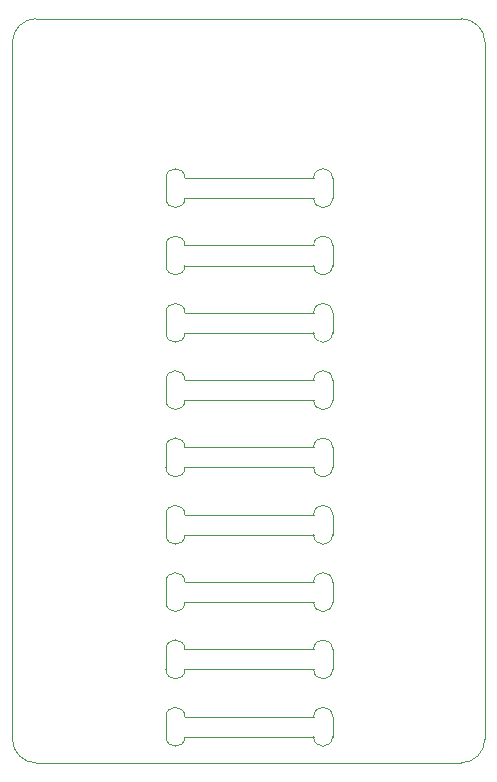
<source format=gm1>
G04 #@! TF.GenerationSoftware,KiCad,Pcbnew,(6.0.7)*
G04 #@! TF.CreationDate,2022-10-27T11:39:27+02:00*
G04 #@! TF.ProjectId,FluidPresenceSensor,466c7569-6450-4726-9573-656e63655365,rev?*
G04 #@! TF.SameCoordinates,Original*
G04 #@! TF.FileFunction,Profile,NP*
%FSLAX46Y46*%
G04 Gerber Fmt 4.6, Leading zero omitted, Abs format (unit mm)*
G04 Created by KiCad (PCBNEW (6.0.7)) date 2022-10-27 11:39:27*
%MOMM*%
%LPD*%
G01*
G04 APERTURE LIST*
G04 #@! TA.AperFunction,Profile*
%ADD10C,0.100000*%
G04 #@! TD*
G04 APERTURE END LIST*
D10*
X88000000Y-56600000D02*
G75*
G03*
X89600000Y-56600000I800000J0D01*
G01*
X102100000Y-89100000D02*
G75*
G03*
X100500000Y-89100000I-800000J0D01*
G01*
X102100000Y-72000000D02*
G75*
G03*
X100500000Y-72000000I-800000J0D01*
G01*
X77000000Y-30000000D02*
G75*
G03*
X75000000Y-32000000I0J-2000000D01*
G01*
X88000000Y-79400000D02*
X88000000Y-77700000D01*
X89600000Y-43500000D02*
X100500000Y-43500000D01*
X102100000Y-43500000D02*
G75*
G03*
X100500000Y-43500000I-800000J0D01*
G01*
X100500000Y-68000000D02*
G75*
G03*
X102100000Y-68000000I800000J0D01*
G01*
X100500000Y-56600000D02*
G75*
G03*
X102100000Y-56600000I800000J0D01*
G01*
X89600000Y-72000000D02*
G75*
G03*
X88000000Y-72000000I-800000J0D01*
G01*
X89600000Y-77700000D02*
X100500000Y-77700000D01*
X89600000Y-77700000D02*
G75*
G03*
X88000000Y-77700000I-800000J0D01*
G01*
X102100000Y-43500000D02*
X102100000Y-45200000D01*
X88000000Y-68000000D02*
X88000000Y-66300000D01*
X88000000Y-62300000D02*
G75*
G03*
X89600000Y-62300000I800000J0D01*
G01*
X100500000Y-90800000D02*
G75*
G03*
X102100000Y-90800000I800000J0D01*
G01*
X102100000Y-60600000D02*
X102100000Y-62300000D01*
X102100000Y-60600000D02*
G75*
G03*
X100500000Y-60600000I-800000J0D01*
G01*
X102100000Y-83400000D02*
G75*
G03*
X100500000Y-83400000I-800000J0D01*
G01*
X100500000Y-62300000D02*
X89600000Y-62300000D01*
X100500000Y-79400000D02*
X89600000Y-79400000D01*
X77000000Y-30000000D02*
X113000000Y-30000000D01*
X115000000Y-32000000D02*
G75*
G03*
X113000000Y-30000000I-2000000J0D01*
G01*
X89600000Y-60600000D02*
X100500000Y-60600000D01*
X100500000Y-73700000D02*
G75*
G03*
X102100000Y-73700000I800000J0D01*
G01*
X100500000Y-50900000D02*
G75*
G03*
X102100000Y-50900000I800000J0D01*
G01*
X75000000Y-91000000D02*
G75*
G03*
X77000000Y-93000000I2000000J0D01*
G01*
X102100000Y-66300000D02*
G75*
G03*
X100500000Y-66300000I-800000J0D01*
G01*
X88000000Y-85100000D02*
G75*
G03*
X89600000Y-85100000I800000J0D01*
G01*
X89600000Y-43500000D02*
G75*
G03*
X88000000Y-43500000I-800000J0D01*
G01*
X115000000Y-91000000D02*
X115000000Y-32000000D01*
X89600000Y-54900000D02*
G75*
G03*
X88000000Y-54900000I-800000J0D01*
G01*
X100500000Y-50900000D02*
X89600000Y-50900000D01*
X88000000Y-50900000D02*
X88000000Y-49200000D01*
X88000000Y-73700000D02*
X88000000Y-72000000D01*
X102100000Y-66300000D02*
X102100000Y-68000000D01*
X89600000Y-49200000D02*
X100500000Y-49200000D01*
X102100000Y-49200000D02*
G75*
G03*
X100500000Y-49200000I-800000J0D01*
G01*
X100500000Y-79400000D02*
G75*
G03*
X102100000Y-79400000I800000J0D01*
G01*
X100500000Y-85100000D02*
X89600000Y-85100000D01*
X100500000Y-73700000D02*
X89600000Y-73700000D01*
X100500000Y-85100000D02*
G75*
G03*
X102100000Y-85100000I800000J0D01*
G01*
X89600000Y-83400000D02*
X100500000Y-83400000D01*
X88000000Y-45200000D02*
X88000000Y-43500000D01*
X89600000Y-89100000D02*
X100500000Y-89100000D01*
X100500000Y-90800000D02*
X89600000Y-90800000D01*
X100500000Y-62300000D02*
G75*
G03*
X102100000Y-62300000I800000J0D01*
G01*
X100500000Y-45200000D02*
X89600000Y-45200000D01*
X88000000Y-50900000D02*
G75*
G03*
X89600000Y-50900000I800000J0D01*
G01*
X89600000Y-66300000D02*
X100500000Y-66300000D01*
X88000000Y-62300000D02*
X88000000Y-60600000D01*
X88000000Y-45200000D02*
G75*
G03*
X89600000Y-45200000I800000J0D01*
G01*
X102100000Y-83400000D02*
X102100000Y-85100000D01*
X88000000Y-85100000D02*
X88000000Y-83400000D01*
X102100000Y-54900000D02*
X102100000Y-56600000D01*
X88000000Y-90800000D02*
G75*
G03*
X89600000Y-90800000I800000J0D01*
G01*
X89600000Y-60600000D02*
G75*
G03*
X88000000Y-60600000I-800000J0D01*
G01*
X77000000Y-93000000D02*
X113000000Y-93000000D01*
X102100000Y-72000000D02*
X102100000Y-73700000D01*
X88000000Y-73700000D02*
G75*
G03*
X89600000Y-73700000I800000J0D01*
G01*
X88000000Y-79400000D02*
G75*
G03*
X89600000Y-79400000I800000J0D01*
G01*
X88000000Y-90800000D02*
X88000000Y-89100000D01*
X89600000Y-54900000D02*
X100500000Y-54900000D01*
X102100000Y-54900000D02*
G75*
G03*
X100500000Y-54900000I-800000J0D01*
G01*
X113000000Y-93000000D02*
G75*
G03*
X115000000Y-91000000I0J2000000D01*
G01*
X88000000Y-56600000D02*
X88000000Y-54900000D01*
X102100000Y-77700000D02*
G75*
G03*
X100500000Y-77700000I-800000J0D01*
G01*
X88000000Y-68000000D02*
G75*
G03*
X89600000Y-68000000I800000J0D01*
G01*
X102100000Y-49200000D02*
X102100000Y-50900000D01*
X102100000Y-77700000D02*
X102100000Y-79400000D01*
X102100000Y-89100000D02*
X102100000Y-90800000D01*
X100500000Y-68000000D02*
X89600000Y-68000000D01*
X89600000Y-83400000D02*
G75*
G03*
X88000000Y-83400000I-800000J0D01*
G01*
X89600000Y-49200000D02*
G75*
G03*
X88000000Y-49200000I-800000J0D01*
G01*
X89600000Y-72000000D02*
X100500000Y-72000000D01*
X100500000Y-56600000D02*
X89600000Y-56600000D01*
X89600000Y-66300000D02*
G75*
G03*
X88000000Y-66300000I-800000J0D01*
G01*
X75000000Y-32000000D02*
X75000000Y-91000000D01*
X89600000Y-89100000D02*
G75*
G03*
X88000000Y-89100000I-800000J0D01*
G01*
X100500000Y-45200000D02*
G75*
G03*
X102100000Y-45200000I800000J0D01*
G01*
M02*

</source>
